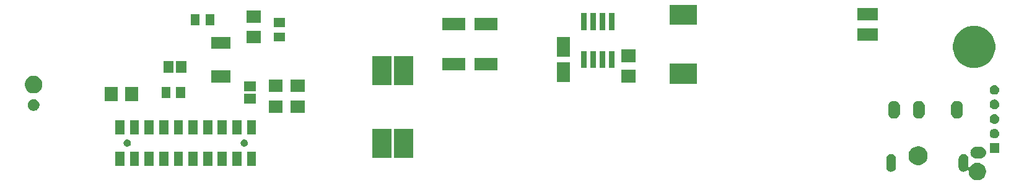
<source format=gbs>
G04 #@! TF.GenerationSoftware,KiCad,Pcbnew,(5.1.5)-3*
G04 #@! TF.CreationDate,2020-04-11T14:24:40-04:00*
G04 #@! TF.ProjectId,PowerBoth,506f7765-7242-46f7-9468-2e6b69636164,rev?*
G04 #@! TF.SameCoordinates,Original*
G04 #@! TF.FileFunction,Soldermask,Bot*
G04 #@! TF.FilePolarity,Negative*
%FSLAX46Y46*%
G04 Gerber Fmt 4.6, Leading zero omitted, Abs format (unit mm)*
G04 Created by KiCad (PCBNEW (5.1.5)-3) date 2020-04-11 14:24:40*
%MOMM*%
%LPD*%
G04 APERTURE LIST*
%ADD10C,0.100000*%
G04 APERTURE END LIST*
D10*
G36*
X263730191Y-141547499D02*
G01*
X263792728Y-141566470D01*
X263855263Y-141585439D01*
X263855265Y-141585440D01*
X263970527Y-141647049D01*
X264071561Y-141729964D01*
X264154475Y-141830996D01*
X264216084Y-141946258D01*
X264254025Y-142071332D01*
X264263625Y-142168804D01*
X264263625Y-143207766D01*
X264266027Y-143232152D01*
X264273140Y-143255601D01*
X264284691Y-143277212D01*
X264300236Y-143296154D01*
X264319178Y-143311699D01*
X264340789Y-143323250D01*
X264364238Y-143330363D01*
X264388624Y-143332765D01*
X264413010Y-143330363D01*
X264436459Y-143323250D01*
X264458070Y-143311699D01*
X264477012Y-143296154D01*
X264492557Y-143277211D01*
X264567120Y-143165619D01*
X264567122Y-143165616D01*
X264734407Y-142998331D01*
X264931113Y-142866897D01*
X264931115Y-142866896D01*
X265149682Y-142776362D01*
X265381710Y-142730209D01*
X265618290Y-142730209D01*
X265850318Y-142776362D01*
X266068885Y-142866896D01*
X266068887Y-142866897D01*
X266265593Y-142998331D01*
X266432878Y-143165616D01*
X266545381Y-143333990D01*
X266564313Y-143362324D01*
X266654847Y-143580891D01*
X266701000Y-143812919D01*
X266701000Y-144049499D01*
X266654847Y-144281527D01*
X266564313Y-144500094D01*
X266564312Y-144500096D01*
X266432878Y-144696802D01*
X266265593Y-144864087D01*
X266068887Y-144995521D01*
X266068886Y-144995522D01*
X266068885Y-144995522D01*
X265850318Y-145086056D01*
X265618290Y-145132209D01*
X265381710Y-145132209D01*
X265149682Y-145086056D01*
X264931115Y-144995522D01*
X264931114Y-144995522D01*
X264931113Y-144995521D01*
X264734407Y-144864087D01*
X264567122Y-144696802D01*
X264435688Y-144500096D01*
X264435687Y-144500094D01*
X264345153Y-144281527D01*
X264299000Y-144049499D01*
X264299000Y-143845048D01*
X264296598Y-143820662D01*
X264289485Y-143797213D01*
X264277934Y-143775602D01*
X264262389Y-143756660D01*
X264243447Y-143741115D01*
X264221836Y-143729564D01*
X264198387Y-143722451D01*
X264174001Y-143720049D01*
X264149615Y-143722451D01*
X264126166Y-143729564D01*
X264104555Y-143741115D01*
X264077376Y-143765749D01*
X264071562Y-143772834D01*
X263970528Y-143855749D01*
X263855266Y-143917358D01*
X263855264Y-143917359D01*
X263792729Y-143936328D01*
X263730192Y-143955299D01*
X263600125Y-143968109D01*
X263470059Y-143955299D01*
X263407522Y-143936328D01*
X263344987Y-143917359D01*
X263344985Y-143917358D01*
X263229723Y-143855749D01*
X263128690Y-143772835D01*
X263045776Y-143671802D01*
X262984167Y-143556540D01*
X262946226Y-143431466D01*
X262936626Y-143333994D01*
X262936625Y-142168805D01*
X262946225Y-142071333D01*
X262984166Y-141946259D01*
X263045775Y-141830997D01*
X263128690Y-141729963D01*
X263229722Y-141647049D01*
X263344984Y-141585440D01*
X263344986Y-141585439D01*
X263407521Y-141566470D01*
X263470058Y-141547499D01*
X263600125Y-141534689D01*
X263730191Y-141547499D01*
G37*
G36*
X253830191Y-141547499D02*
G01*
X253892728Y-141566470D01*
X253955263Y-141585439D01*
X253955265Y-141585440D01*
X254070527Y-141647049D01*
X254171561Y-141729964D01*
X254254475Y-141830996D01*
X254316084Y-141946258D01*
X254354025Y-142071332D01*
X254363625Y-142168804D01*
X254363625Y-143333994D01*
X254354025Y-143431466D01*
X254316084Y-143556540D01*
X254254475Y-143671802D01*
X254171561Y-143772835D01*
X254070528Y-143855749D01*
X253955266Y-143917358D01*
X253955264Y-143917359D01*
X253892729Y-143936328D01*
X253830192Y-143955299D01*
X253700125Y-143968109D01*
X253570059Y-143955299D01*
X253507522Y-143936328D01*
X253444987Y-143917359D01*
X253444985Y-143917358D01*
X253329723Y-143855749D01*
X253228690Y-143772835D01*
X253145776Y-143671802D01*
X253084167Y-143556540D01*
X253046226Y-143431466D01*
X253036626Y-143333994D01*
X253036625Y-142168805D01*
X253046225Y-142071333D01*
X253084166Y-141946259D01*
X253145775Y-141830997D01*
X253228690Y-141729963D01*
X253329722Y-141647049D01*
X253444984Y-141585440D01*
X253444986Y-141585439D01*
X253507521Y-141566470D01*
X253570058Y-141547499D01*
X253700125Y-141534689D01*
X253830191Y-141547499D01*
G37*
G36*
X156923060Y-143158501D02*
G01*
X155676060Y-143158501D01*
X155676060Y-141201501D01*
X156923060Y-141201501D01*
X156923060Y-143158501D01*
G37*
G36*
X154923060Y-143158501D02*
G01*
X153676060Y-143158501D01*
X153676060Y-141201501D01*
X154923060Y-141201501D01*
X154923060Y-143158501D01*
G37*
G36*
X152923060Y-143158501D02*
G01*
X151676060Y-143158501D01*
X151676060Y-141201501D01*
X152923060Y-141201501D01*
X152923060Y-143158501D01*
G37*
G36*
X150923060Y-143158501D02*
G01*
X149676060Y-143158501D01*
X149676060Y-141201501D01*
X150923060Y-141201501D01*
X150923060Y-143158501D01*
G37*
G36*
X148923060Y-143158501D02*
G01*
X147676060Y-143158501D01*
X147676060Y-141201501D01*
X148923060Y-141201501D01*
X148923060Y-143158501D01*
G37*
G36*
X158923060Y-143158501D02*
G01*
X157676060Y-143158501D01*
X157676060Y-141201501D01*
X158923060Y-141201501D01*
X158923060Y-143158501D01*
G37*
G36*
X160923060Y-143158501D02*
G01*
X159676060Y-143158501D01*
X159676060Y-141201501D01*
X160923060Y-141201501D01*
X160923060Y-143158501D01*
G37*
G36*
X162923060Y-143158501D02*
G01*
X161676060Y-143158501D01*
X161676060Y-141201501D01*
X162923060Y-141201501D01*
X162923060Y-143158501D01*
G37*
G36*
X166923060Y-143158501D02*
G01*
X165676060Y-143158501D01*
X165676060Y-141201501D01*
X166923060Y-141201501D01*
X166923060Y-143158501D01*
G37*
G36*
X164923060Y-143158501D02*
G01*
X163676060Y-143158501D01*
X163676060Y-141201501D01*
X164923060Y-141201501D01*
X164923060Y-143158501D01*
G37*
G36*
X257779612Y-140500395D02*
G01*
X257990145Y-140587601D01*
X258016380Y-140598468D01*
X258229464Y-140740846D01*
X258410678Y-140922060D01*
X258553057Y-141135146D01*
X258651129Y-141371912D01*
X258701125Y-141623260D01*
X258701125Y-141879538D01*
X258651129Y-142130886D01*
X258553057Y-142367652D01*
X258553056Y-142367654D01*
X258410678Y-142580738D01*
X258229464Y-142761952D01*
X258016380Y-142904330D01*
X258016379Y-142904331D01*
X258016378Y-142904331D01*
X257779612Y-143002403D01*
X257528264Y-143052399D01*
X257271986Y-143052399D01*
X257020638Y-143002403D01*
X256783872Y-142904331D01*
X256783871Y-142904331D01*
X256783870Y-142904330D01*
X256570786Y-142761952D01*
X256389572Y-142580738D01*
X256247194Y-142367654D01*
X256247193Y-142367652D01*
X256149121Y-142130886D01*
X256099125Y-141879538D01*
X256099125Y-141623260D01*
X256149121Y-141371912D01*
X256247193Y-141135146D01*
X256389572Y-140922060D01*
X256570786Y-140740846D01*
X256783870Y-140598468D01*
X256810105Y-140587601D01*
X257020638Y-140500395D01*
X257271986Y-140450399D01*
X257528264Y-140450399D01*
X257779612Y-140500395D01*
G37*
G36*
X265953055Y-140534072D02*
G01*
X266031507Y-140541799D01*
X266132166Y-140572334D01*
X266182497Y-140587601D01*
X266321649Y-140661980D01*
X266443617Y-140762076D01*
X266543713Y-140884044D01*
X266618092Y-141023196D01*
X266618092Y-141023197D01*
X266663894Y-141174186D01*
X266679359Y-141331209D01*
X266663894Y-141488232D01*
X266645915Y-141547500D01*
X266618092Y-141639222D01*
X266543713Y-141778374D01*
X266443617Y-141900342D01*
X266321649Y-142000438D01*
X266182497Y-142074817D01*
X266132166Y-142090084D01*
X266031507Y-142120619D01*
X265953055Y-142128346D01*
X265913830Y-142132209D01*
X265310654Y-142132209D01*
X265271429Y-142128346D01*
X265192977Y-142120619D01*
X265092318Y-142090084D01*
X265041987Y-142074817D01*
X264902835Y-142000438D01*
X264780867Y-141900342D01*
X264680771Y-141778374D01*
X264606392Y-141639222D01*
X264578569Y-141547500D01*
X264560590Y-141488232D01*
X264545125Y-141331209D01*
X264560590Y-141174186D01*
X264606392Y-141023197D01*
X264606392Y-141023196D01*
X264680771Y-140884044D01*
X264780867Y-140762076D01*
X264902835Y-140661980D01*
X265041987Y-140587601D01*
X265092318Y-140572334D01*
X265192977Y-140541799D01*
X265271429Y-140534072D01*
X265310654Y-140530209D01*
X265913830Y-140530209D01*
X265953055Y-140534072D01*
G37*
G36*
X188413060Y-142051431D02*
G01*
X185786060Y-142051431D01*
X185786060Y-138074431D01*
X188413060Y-138074431D01*
X188413060Y-142051431D01*
G37*
G36*
X185413060Y-142051431D02*
G01*
X182786060Y-142051431D01*
X182786060Y-138074431D01*
X185413060Y-138074431D01*
X185413060Y-142051431D01*
G37*
G36*
X268499915Y-141382209D02*
G01*
X267172915Y-141382209D01*
X267172915Y-140055209D01*
X268499915Y-140055209D01*
X268499915Y-141382209D01*
G37*
G36*
X165444234Y-139543060D02*
G01*
X165472382Y-139554720D01*
X165534504Y-139580451D01*
X165534507Y-139580453D01*
X165615739Y-139634730D01*
X165684831Y-139703822D01*
X165739108Y-139785054D01*
X165739110Y-139785057D01*
X165764841Y-139847179D01*
X165776501Y-139875327D01*
X165795560Y-139971147D01*
X165795560Y-140068855D01*
X165776501Y-140164675D01*
X165776499Y-140164679D01*
X165739110Y-140254945D01*
X165739108Y-140254948D01*
X165684831Y-140336180D01*
X165615739Y-140405272D01*
X165548201Y-140450399D01*
X165534504Y-140459551D01*
X165472382Y-140485282D01*
X165444234Y-140496942D01*
X165348414Y-140516001D01*
X165250706Y-140516001D01*
X165154886Y-140496942D01*
X165126738Y-140485282D01*
X165064616Y-140459551D01*
X165050919Y-140450399D01*
X164983381Y-140405272D01*
X164914289Y-140336180D01*
X164860012Y-140254948D01*
X164860010Y-140254945D01*
X164822621Y-140164679D01*
X164822619Y-140164675D01*
X164803560Y-140068855D01*
X164803560Y-139971147D01*
X164822619Y-139875327D01*
X164834279Y-139847179D01*
X164860010Y-139785057D01*
X164860012Y-139785054D01*
X164914289Y-139703822D01*
X164983381Y-139634730D01*
X165064613Y-139580453D01*
X165064616Y-139580451D01*
X165126738Y-139554720D01*
X165154886Y-139543060D01*
X165250706Y-139524001D01*
X165348414Y-139524001D01*
X165444234Y-139543060D01*
G37*
G36*
X149444234Y-139543060D02*
G01*
X149472382Y-139554720D01*
X149534504Y-139580451D01*
X149534507Y-139580453D01*
X149615739Y-139634730D01*
X149684831Y-139703822D01*
X149739108Y-139785054D01*
X149739110Y-139785057D01*
X149764841Y-139847179D01*
X149776501Y-139875327D01*
X149795560Y-139971147D01*
X149795560Y-140068855D01*
X149776501Y-140164675D01*
X149776499Y-140164679D01*
X149739110Y-140254945D01*
X149739108Y-140254948D01*
X149684831Y-140336180D01*
X149615739Y-140405272D01*
X149548201Y-140450399D01*
X149534504Y-140459551D01*
X149472382Y-140485282D01*
X149444234Y-140496942D01*
X149348414Y-140516001D01*
X149250706Y-140516001D01*
X149154886Y-140496942D01*
X149126738Y-140485282D01*
X149064616Y-140459551D01*
X149050919Y-140450399D01*
X148983381Y-140405272D01*
X148914289Y-140336180D01*
X148860012Y-140254948D01*
X148860010Y-140254945D01*
X148822621Y-140164679D01*
X148822619Y-140164675D01*
X148803560Y-140068855D01*
X148803560Y-139971147D01*
X148822619Y-139875327D01*
X148834279Y-139847179D01*
X148860010Y-139785057D01*
X148860012Y-139785054D01*
X148914289Y-139703822D01*
X148983381Y-139634730D01*
X149064613Y-139580453D01*
X149064616Y-139580451D01*
X149126738Y-139554720D01*
X149154886Y-139543060D01*
X149250706Y-139524001D01*
X149348414Y-139524001D01*
X149444234Y-139543060D01*
G37*
G36*
X267965857Y-138067958D02*
G01*
X268029951Y-138080707D01*
X268150700Y-138130723D01*
X268259371Y-138203335D01*
X268351789Y-138295753D01*
X268424401Y-138404424D01*
X268474417Y-138525173D01*
X268499915Y-138653360D01*
X268499915Y-138784058D01*
X268474417Y-138912245D01*
X268424401Y-139032994D01*
X268351789Y-139141665D01*
X268259371Y-139234083D01*
X268150700Y-139306695D01*
X268029951Y-139356711D01*
X267965857Y-139369460D01*
X267901765Y-139382209D01*
X267771065Y-139382209D01*
X267706973Y-139369460D01*
X267642879Y-139356711D01*
X267522130Y-139306695D01*
X267413459Y-139234083D01*
X267321041Y-139141665D01*
X267248429Y-139032994D01*
X267198413Y-138912245D01*
X267172915Y-138784058D01*
X267172915Y-138653360D01*
X267198413Y-138525173D01*
X267248429Y-138404424D01*
X267321041Y-138295753D01*
X267413459Y-138203335D01*
X267522130Y-138130723D01*
X267642879Y-138080707D01*
X267706973Y-138067958D01*
X267771065Y-138055209D01*
X267901765Y-138055209D01*
X267965857Y-138067958D01*
G37*
G36*
X164923060Y-138838501D02*
G01*
X163676060Y-138838501D01*
X163676060Y-136881501D01*
X164923060Y-136881501D01*
X164923060Y-138838501D01*
G37*
G36*
X148923060Y-138838501D02*
G01*
X147676060Y-138838501D01*
X147676060Y-136881501D01*
X148923060Y-136881501D01*
X148923060Y-138838501D01*
G37*
G36*
X162923060Y-138838501D02*
G01*
X161676060Y-138838501D01*
X161676060Y-136881501D01*
X162923060Y-136881501D01*
X162923060Y-138838501D01*
G37*
G36*
X160923060Y-138838501D02*
G01*
X159676060Y-138838501D01*
X159676060Y-136881501D01*
X160923060Y-136881501D01*
X160923060Y-138838501D01*
G37*
G36*
X158923060Y-138838501D02*
G01*
X157676060Y-138838501D01*
X157676060Y-136881501D01*
X158923060Y-136881501D01*
X158923060Y-138838501D01*
G37*
G36*
X156923060Y-138838501D02*
G01*
X155676060Y-138838501D01*
X155676060Y-136881501D01*
X156923060Y-136881501D01*
X156923060Y-138838501D01*
G37*
G36*
X154923060Y-138838501D02*
G01*
X153676060Y-138838501D01*
X153676060Y-136881501D01*
X154923060Y-136881501D01*
X154923060Y-138838501D01*
G37*
G36*
X152923060Y-138838501D02*
G01*
X151676060Y-138838501D01*
X151676060Y-136881501D01*
X152923060Y-136881501D01*
X152923060Y-138838501D01*
G37*
G36*
X150923060Y-138838501D02*
G01*
X149676060Y-138838501D01*
X149676060Y-136881501D01*
X150923060Y-136881501D01*
X150923060Y-138838501D01*
G37*
G36*
X166923060Y-138838501D02*
G01*
X165676060Y-138838501D01*
X165676060Y-136881501D01*
X166923060Y-136881501D01*
X166923060Y-138838501D01*
G37*
G36*
X267965857Y-136067958D02*
G01*
X268029951Y-136080707D01*
X268150700Y-136130723D01*
X268259371Y-136203335D01*
X268351789Y-136295753D01*
X268424401Y-136404424D01*
X268474417Y-136525173D01*
X268499915Y-136653360D01*
X268499915Y-136784058D01*
X268474417Y-136912245D01*
X268424401Y-137032994D01*
X268351789Y-137141665D01*
X268259371Y-137234083D01*
X268150700Y-137306695D01*
X268029951Y-137356711D01*
X267965857Y-137369460D01*
X267901765Y-137382209D01*
X267771065Y-137382209D01*
X267706973Y-137369460D01*
X267642879Y-137356711D01*
X267522130Y-137306695D01*
X267413459Y-137234083D01*
X267321041Y-137141665D01*
X267248429Y-137032994D01*
X267198413Y-136912245D01*
X267172915Y-136784058D01*
X267172915Y-136653360D01*
X267198413Y-136525173D01*
X267248429Y-136404424D01*
X267321041Y-136295753D01*
X267413459Y-136203335D01*
X267522130Y-136130723D01*
X267642879Y-136080707D01*
X267706973Y-136067958D01*
X267771065Y-136055209D01*
X267901765Y-136055209D01*
X267965857Y-136067958D01*
G37*
G36*
X262845300Y-134248262D02*
G01*
X262859599Y-134249670D01*
X262936271Y-134272929D01*
X263012943Y-134296187D01*
X263154267Y-134371726D01*
X263278140Y-134473384D01*
X263379798Y-134597256D01*
X263455337Y-134738580D01*
X263501854Y-134891925D01*
X263513625Y-135011437D01*
X263513625Y-135891361D01*
X263501854Y-136010873D01*
X263455337Y-136164218D01*
X263379798Y-136305542D01*
X263278140Y-136429414D01*
X263154268Y-136531072D01*
X263012944Y-136606611D01*
X262936271Y-136629870D01*
X262859600Y-136653128D01*
X262845301Y-136654536D01*
X262700125Y-136668835D01*
X262542997Y-136653359D01*
X262540651Y-136653128D01*
X262463980Y-136629870D01*
X262387307Y-136606611D01*
X262245983Y-136531072D01*
X262122111Y-136429414D01*
X262020453Y-136305542D01*
X261944914Y-136164218D01*
X261898397Y-136010873D01*
X261886625Y-135891361D01*
X261886625Y-135011438D01*
X261898396Y-134891926D01*
X261898397Y-134891924D01*
X261944913Y-134738582D01*
X261944913Y-134738581D01*
X262020452Y-134597257D01*
X262122110Y-134473384D01*
X262245982Y-134371726D01*
X262387306Y-134296187D01*
X262463978Y-134272929D01*
X262540650Y-134249670D01*
X262554949Y-134248262D01*
X262700125Y-134233963D01*
X262845300Y-134248262D01*
G37*
G36*
X257645300Y-134248262D02*
G01*
X257659599Y-134249670D01*
X257736271Y-134272929D01*
X257812943Y-134296187D01*
X257954267Y-134371726D01*
X258078140Y-134473384D01*
X258179798Y-134597256D01*
X258255337Y-134738580D01*
X258301854Y-134891925D01*
X258313625Y-135011437D01*
X258313625Y-135891361D01*
X258301854Y-136010873D01*
X258255337Y-136164218D01*
X258179798Y-136305542D01*
X258078140Y-136429414D01*
X257954268Y-136531072D01*
X257812944Y-136606611D01*
X257736271Y-136629870D01*
X257659600Y-136653128D01*
X257645301Y-136654536D01*
X257500125Y-136668835D01*
X257342997Y-136653359D01*
X257340651Y-136653128D01*
X257263980Y-136629870D01*
X257187307Y-136606611D01*
X257045983Y-136531072D01*
X256922111Y-136429414D01*
X256820453Y-136305542D01*
X256744914Y-136164218D01*
X256698397Y-136010873D01*
X256686625Y-135891361D01*
X256686625Y-135011438D01*
X256698396Y-134891926D01*
X256698397Y-134891924D01*
X256744913Y-134738582D01*
X256744913Y-134738581D01*
X256820452Y-134597257D01*
X256922110Y-134473384D01*
X257045982Y-134371726D01*
X257187306Y-134296187D01*
X257263978Y-134272929D01*
X257340650Y-134249670D01*
X257354949Y-134248262D01*
X257500125Y-134233963D01*
X257645300Y-134248262D01*
G37*
G36*
X254245300Y-134248262D02*
G01*
X254259599Y-134249670D01*
X254336271Y-134272929D01*
X254412943Y-134296187D01*
X254554267Y-134371726D01*
X254678140Y-134473384D01*
X254779798Y-134597256D01*
X254855337Y-134738580D01*
X254901854Y-134891925D01*
X254913625Y-135011437D01*
X254913625Y-135891361D01*
X254901854Y-136010873D01*
X254855337Y-136164218D01*
X254779798Y-136305542D01*
X254678140Y-136429414D01*
X254554268Y-136531072D01*
X254412944Y-136606611D01*
X254336271Y-136629870D01*
X254259600Y-136653128D01*
X254245301Y-136654536D01*
X254100125Y-136668835D01*
X253942997Y-136653359D01*
X253940651Y-136653128D01*
X253863980Y-136629870D01*
X253787307Y-136606611D01*
X253645983Y-136531072D01*
X253522111Y-136429414D01*
X253420453Y-136305542D01*
X253344914Y-136164218D01*
X253298397Y-136010873D01*
X253286625Y-135891361D01*
X253286625Y-135011438D01*
X253298396Y-134891926D01*
X253298397Y-134891924D01*
X253344913Y-134738582D01*
X253344913Y-134738581D01*
X253420452Y-134597257D01*
X253522110Y-134473384D01*
X253645982Y-134371726D01*
X253787306Y-134296187D01*
X253863978Y-134272929D01*
X253940650Y-134249670D01*
X253954949Y-134248262D01*
X254100125Y-134233963D01*
X254245300Y-134248262D01*
G37*
G36*
X170564560Y-135873431D02*
G01*
X168634560Y-135873431D01*
X168634560Y-134146431D01*
X170564560Y-134146431D01*
X170564560Y-135873431D01*
G37*
G36*
X173564560Y-135873431D02*
G01*
X171634560Y-135873431D01*
X171634560Y-134146431D01*
X173564560Y-134146431D01*
X173564560Y-135873431D01*
G37*
G36*
X136733642Y-134032043D02*
G01*
X136879414Y-134092424D01*
X136879416Y-134092425D01*
X137010608Y-134180084D01*
X137122178Y-134291654D01*
X137175680Y-134371726D01*
X137209838Y-134422848D01*
X137270219Y-134568620D01*
X137301000Y-134723369D01*
X137301000Y-134881155D01*
X137270219Y-135035904D01*
X137226411Y-135141665D01*
X137209837Y-135181678D01*
X137122178Y-135312870D01*
X137010608Y-135424440D01*
X136879416Y-135512099D01*
X136879415Y-135512100D01*
X136879414Y-135512100D01*
X136733642Y-135572481D01*
X136578893Y-135603262D01*
X136421107Y-135603262D01*
X136266358Y-135572481D01*
X136120586Y-135512100D01*
X136120585Y-135512100D01*
X136120584Y-135512099D01*
X135989392Y-135424440D01*
X135877822Y-135312870D01*
X135790163Y-135181678D01*
X135773589Y-135141665D01*
X135729781Y-135035904D01*
X135699000Y-134881155D01*
X135699000Y-134723369D01*
X135729781Y-134568620D01*
X135790162Y-134422848D01*
X135824320Y-134371726D01*
X135877822Y-134291654D01*
X135989392Y-134180084D01*
X136120584Y-134092425D01*
X136120586Y-134092424D01*
X136266358Y-134032043D01*
X136421107Y-134001262D01*
X136578893Y-134001262D01*
X136733642Y-134032043D01*
G37*
G36*
X268029951Y-134080707D02*
G01*
X268150700Y-134130723D01*
X268259371Y-134203335D01*
X268351789Y-134295753D01*
X268424402Y-134404426D01*
X268439051Y-134439792D01*
X268474417Y-134525173D01*
X268499915Y-134653360D01*
X268499915Y-134784058D01*
X268474417Y-134912245D01*
X268424401Y-135032994D01*
X268351789Y-135141665D01*
X268259371Y-135234083D01*
X268150700Y-135306695D01*
X268150699Y-135306696D01*
X268150698Y-135306696D01*
X268115332Y-135321345D01*
X268029951Y-135356711D01*
X267901765Y-135382209D01*
X267771065Y-135382209D01*
X267642879Y-135356711D01*
X267557498Y-135321345D01*
X267522132Y-135306696D01*
X267522131Y-135306696D01*
X267522130Y-135306695D01*
X267413459Y-135234083D01*
X267321041Y-135141665D01*
X267248429Y-135032994D01*
X267198413Y-134912245D01*
X267172915Y-134784058D01*
X267172915Y-134653360D01*
X267198413Y-134525173D01*
X267233779Y-134439792D01*
X267248428Y-134404426D01*
X267321041Y-134295753D01*
X267413459Y-134203335D01*
X267522130Y-134130723D01*
X267642879Y-134080707D01*
X267771065Y-134055209D01*
X267901765Y-134055209D01*
X268029951Y-134080707D01*
G37*
G36*
X166913060Y-134651431D02*
G01*
X165286060Y-134651431D01*
X165286060Y-133224431D01*
X166913060Y-133224431D01*
X166913060Y-134651431D01*
G37*
G36*
X147962180Y-134250032D02*
G01*
X146235180Y-134250032D01*
X146235180Y-132323032D01*
X147962180Y-132323032D01*
X147962180Y-134250032D01*
G37*
G36*
X150762180Y-134250032D02*
G01*
X149035180Y-134250032D01*
X149035180Y-132323032D01*
X150762180Y-132323032D01*
X150762180Y-134250032D01*
G37*
G36*
X155213060Y-133851431D02*
G01*
X153986060Y-133851431D01*
X153986060Y-132324431D01*
X155213060Y-132324431D01*
X155213060Y-133851431D01*
G37*
G36*
X157213060Y-133851431D02*
G01*
X155986060Y-133851431D01*
X155986060Y-132324431D01*
X157213060Y-132324431D01*
X157213060Y-133851431D01*
G37*
G36*
X267965857Y-132067958D02*
G01*
X268029951Y-132080707D01*
X268150700Y-132130723D01*
X268259371Y-132203335D01*
X268351789Y-132295753D01*
X268424401Y-132404424D01*
X268474417Y-132525173D01*
X268499915Y-132653360D01*
X268499915Y-132784058D01*
X268474417Y-132912245D01*
X268424401Y-133032994D01*
X268351789Y-133141665D01*
X268259371Y-133234083D01*
X268150700Y-133306695D01*
X268029951Y-133356711D01*
X267965857Y-133369460D01*
X267901765Y-133382209D01*
X267771065Y-133382209D01*
X267706973Y-133369460D01*
X267642879Y-133356711D01*
X267522130Y-133306695D01*
X267413459Y-133234083D01*
X267321041Y-133141665D01*
X267248429Y-133032994D01*
X267198413Y-132912245D01*
X267172915Y-132784058D01*
X267172915Y-132653360D01*
X267198413Y-132525173D01*
X267248429Y-132404424D01*
X267321041Y-132295753D01*
X267413459Y-132203335D01*
X267522130Y-132130723D01*
X267642879Y-132080707D01*
X267706973Y-132067958D01*
X267771065Y-132055209D01*
X267901765Y-132055209D01*
X267965857Y-132067958D01*
G37*
G36*
X136850318Y-130827415D02*
G01*
X137068885Y-130917949D01*
X137068887Y-130917950D01*
X137265593Y-131049384D01*
X137432878Y-131216669D01*
X137564312Y-131413375D01*
X137564313Y-131413377D01*
X137654847Y-131631944D01*
X137701000Y-131863972D01*
X137701000Y-132100552D01*
X137654847Y-132332580D01*
X137625088Y-132404424D01*
X137564312Y-132551149D01*
X137432878Y-132747855D01*
X137265593Y-132915140D01*
X137068887Y-133046574D01*
X137068886Y-133046575D01*
X137068885Y-133046575D01*
X136850318Y-133137109D01*
X136618290Y-133183262D01*
X136381710Y-133183262D01*
X136149682Y-133137109D01*
X135931115Y-133046575D01*
X135931114Y-133046575D01*
X135931113Y-133046574D01*
X135734407Y-132915140D01*
X135567122Y-132747855D01*
X135435688Y-132551149D01*
X135374912Y-132404424D01*
X135345153Y-132332580D01*
X135299000Y-132100552D01*
X135299000Y-131863972D01*
X135345153Y-131631944D01*
X135435687Y-131413377D01*
X135435688Y-131413375D01*
X135567122Y-131216669D01*
X135734407Y-131049384D01*
X135931113Y-130917950D01*
X135931115Y-130917949D01*
X136149682Y-130827415D01*
X136381710Y-130781262D01*
X136618290Y-130781262D01*
X136850318Y-130827415D01*
G37*
G36*
X170564560Y-133029431D02*
G01*
X168634560Y-133029431D01*
X168634560Y-131302431D01*
X170564560Y-131302431D01*
X170564560Y-133029431D01*
G37*
G36*
X173564560Y-133029431D02*
G01*
X171634560Y-133029431D01*
X171634560Y-131302431D01*
X173564560Y-131302431D01*
X173564560Y-133029431D01*
G37*
G36*
X166913060Y-132951431D02*
G01*
X165286060Y-132951431D01*
X165286060Y-131524431D01*
X166913060Y-131524431D01*
X166913060Y-132951431D01*
G37*
G36*
X188413060Y-132101431D02*
G01*
X185786060Y-132101431D01*
X185786060Y-128124431D01*
X188413060Y-128124431D01*
X188413060Y-132101431D01*
G37*
G36*
X185413060Y-132101431D02*
G01*
X182786060Y-132101431D01*
X182786060Y-128124431D01*
X185413060Y-128124431D01*
X185413060Y-132101431D01*
G37*
G36*
X227167025Y-131861599D02*
G01*
X223433225Y-131861599D01*
X223433225Y-129092999D01*
X227167025Y-129092999D01*
X227167025Y-131861599D01*
G37*
G36*
X163378560Y-131728731D02*
G01*
X160820560Y-131728731D01*
X160820560Y-130073831D01*
X163378560Y-130073831D01*
X163378560Y-131728731D01*
G37*
G36*
X218763625Y-131714899D02*
G01*
X216836625Y-131714899D01*
X216836625Y-129987899D01*
X218763625Y-129987899D01*
X218763625Y-131714899D01*
G37*
G36*
X209788500Y-131658500D02*
G01*
X208011500Y-131658500D01*
X208011500Y-128961500D01*
X209788500Y-128961500D01*
X209788500Y-131658500D01*
G37*
G36*
X157363060Y-130401431D02*
G01*
X155936060Y-130401431D01*
X155936060Y-128774431D01*
X157363060Y-128774431D01*
X157363060Y-130401431D01*
G37*
G36*
X155663060Y-130401431D02*
G01*
X154236060Y-130401431D01*
X154236060Y-128774431D01*
X155663060Y-128774431D01*
X155663060Y-130401431D01*
G37*
G36*
X195462180Y-130050032D02*
G01*
X192335180Y-130050032D01*
X192335180Y-128323032D01*
X195462180Y-128323032D01*
X195462180Y-130050032D01*
G37*
G36*
X199862180Y-130050032D02*
G01*
X196735180Y-130050032D01*
X196735180Y-128323032D01*
X199862180Y-128323032D01*
X199862180Y-130050032D01*
G37*
G36*
X265896188Y-124027373D02*
G01*
X265896191Y-124027374D01*
X265896190Y-124027374D01*
X266424138Y-124246057D01*
X266899279Y-124563536D01*
X267303353Y-124967610D01*
X267619996Y-125441500D01*
X267620833Y-125442753D01*
X267839516Y-125970701D01*
X267950999Y-126531165D01*
X267950999Y-127102615D01*
X267839516Y-127663079D01*
X267839515Y-127663081D01*
X267620832Y-128191029D01*
X267303353Y-128666170D01*
X266899279Y-129070244D01*
X266424138Y-129387723D01*
X266424137Y-129387724D01*
X266424136Y-129387724D01*
X265896188Y-129606407D01*
X265335724Y-129717890D01*
X264764274Y-129717890D01*
X264203810Y-129606407D01*
X263675862Y-129387724D01*
X263675861Y-129387724D01*
X263675860Y-129387723D01*
X263200719Y-129070244D01*
X262796645Y-128666170D01*
X262479166Y-128191029D01*
X262260483Y-127663081D01*
X262260482Y-127663079D01*
X262148999Y-127102615D01*
X262148999Y-126531165D01*
X262260482Y-125970701D01*
X262479165Y-125442753D01*
X262480002Y-125441500D01*
X262796645Y-124967610D01*
X263200719Y-124563536D01*
X263675860Y-124246057D01*
X264203808Y-124027374D01*
X264203807Y-124027374D01*
X264203810Y-124027373D01*
X264764274Y-123915890D01*
X265335724Y-123915890D01*
X265896188Y-124027373D01*
G37*
G36*
X214599750Y-129714899D02*
G01*
X213872750Y-129714899D01*
X213872750Y-127387899D01*
X214599750Y-127387899D01*
X214599750Y-129714899D01*
G37*
G36*
X212059750Y-129714899D02*
G01*
X211332750Y-129714899D01*
X211332750Y-127387899D01*
X212059750Y-127387899D01*
X212059750Y-129714899D01*
G37*
G36*
X213329750Y-129714899D02*
G01*
X212602750Y-129714899D01*
X212602750Y-127387899D01*
X213329750Y-127387899D01*
X213329750Y-129714899D01*
G37*
G36*
X215869750Y-129714899D02*
G01*
X215142750Y-129714899D01*
X215142750Y-127387899D01*
X215869750Y-127387899D01*
X215869750Y-129714899D01*
G37*
G36*
X218763625Y-128914899D02*
G01*
X216836625Y-128914899D01*
X216836625Y-127187899D01*
X218763625Y-127187899D01*
X218763625Y-128914899D01*
G37*
G36*
X209788500Y-128138500D02*
G01*
X208011500Y-128138500D01*
X208011500Y-125441500D01*
X209788500Y-125441500D01*
X209788500Y-128138500D01*
G37*
G36*
X163378560Y-127102031D02*
G01*
X160820560Y-127102031D01*
X160820560Y-125447131D01*
X163378560Y-125447131D01*
X163378560Y-127102031D01*
G37*
G36*
X167563060Y-126351431D02*
G01*
X165636060Y-126351431D01*
X165636060Y-124624431D01*
X167563060Y-124624431D01*
X167563060Y-126351431D01*
G37*
G36*
X170863060Y-126101431D02*
G01*
X169336060Y-126101431D01*
X169336060Y-124874431D01*
X170863060Y-124874431D01*
X170863060Y-126101431D01*
G37*
G36*
X251913500Y-126013500D02*
G01*
X249086500Y-126013500D01*
X249086500Y-124286500D01*
X251913500Y-124286500D01*
X251913500Y-126013500D01*
G37*
G36*
X199862180Y-124550032D02*
G01*
X196735180Y-124550032D01*
X196735180Y-122823032D01*
X199862180Y-122823032D01*
X199862180Y-124550032D01*
G37*
G36*
X195462180Y-124550032D02*
G01*
X192335180Y-124550032D01*
X192335180Y-122823032D01*
X195462180Y-122823032D01*
X195462180Y-124550032D01*
G37*
G36*
X212059750Y-124514899D02*
G01*
X211332750Y-124514899D01*
X211332750Y-122187899D01*
X212059750Y-122187899D01*
X212059750Y-124514899D01*
G37*
G36*
X214599750Y-124514899D02*
G01*
X213872750Y-124514899D01*
X213872750Y-122187899D01*
X214599750Y-122187899D01*
X214599750Y-124514899D01*
G37*
G36*
X215869750Y-124514899D02*
G01*
X215142750Y-124514899D01*
X215142750Y-122187899D01*
X215869750Y-122187899D01*
X215869750Y-124514899D01*
G37*
G36*
X213329750Y-124514899D02*
G01*
X212602750Y-124514899D01*
X212602750Y-122187899D01*
X213329750Y-122187899D01*
X213329750Y-124514899D01*
G37*
G36*
X170863060Y-124101431D02*
G01*
X169336060Y-124101431D01*
X169336060Y-122874431D01*
X170863060Y-122874431D01*
X170863060Y-124101431D01*
G37*
G36*
X161213060Y-123851431D02*
G01*
X159986060Y-123851431D01*
X159986060Y-122324431D01*
X161213060Y-122324431D01*
X161213060Y-123851431D01*
G37*
G36*
X159213060Y-123851431D02*
G01*
X157986060Y-123851431D01*
X157986060Y-122324431D01*
X159213060Y-122324431D01*
X159213060Y-123851431D01*
G37*
G36*
X227167025Y-123809799D02*
G01*
X223433225Y-123809799D01*
X223433225Y-121041199D01*
X227167025Y-121041199D01*
X227167025Y-123809799D01*
G37*
G36*
X167563060Y-123551431D02*
G01*
X165636060Y-123551431D01*
X165636060Y-121824431D01*
X167563060Y-121824431D01*
X167563060Y-123551431D01*
G37*
G36*
X251913500Y-123213500D02*
G01*
X249086500Y-123213500D01*
X249086500Y-121486500D01*
X251913500Y-121486500D01*
X251913500Y-123213500D01*
G37*
M02*

</source>
